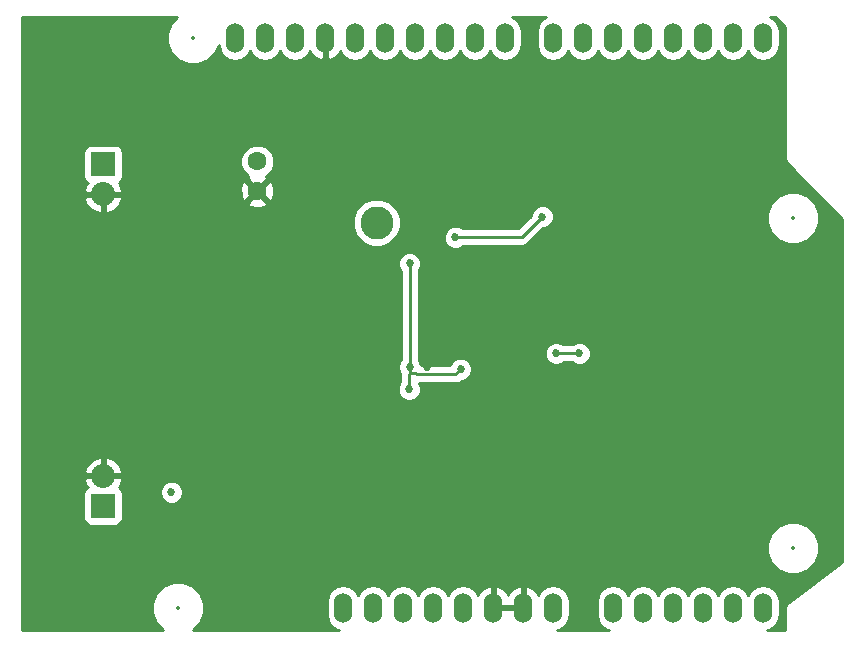
<source format=gbl>
%TF.GenerationSoftware,KiCad,Pcbnew,4.0.7-e2-6376~58~ubuntu16.04.1*%
%TF.CreationDate,2017-10-04T18:34:51-07:00*%
%TF.ProjectId,mcphail-zero-analog-shield,6D63706861696C2D7A65726F2D616E61,v1.0*%
%TF.FileFunction,Copper,L2,Bot,Signal*%
%FSLAX46Y46*%
G04 Gerber Fmt 4.6, Leading zero omitted, Abs format (unit mm)*
G04 Created by KiCad (PCBNEW 4.0.7-e2-6376~58~ubuntu16.04.1) date Wed Oct  4 18:34:51 2017*
%MOMM*%
%LPD*%
G01*
G04 APERTURE LIST*
%ADD10C,0.350000*%
%ADD11C,2.794000*%
%ADD12C,1.600000*%
%ADD13R,2.032000X2.032000*%
%ADD14O,2.032000X2.032000*%
%ADD15O,1.524000X2.540000*%
%ADD16C,0.685800*%
%ADD17C,0.254000*%
%ADD18C,0.330200*%
%ADD19C,0.350000*%
G04 APERTURE END LIST*
D10*
D11*
X61899800Y-137261600D03*
D12*
X51790600Y-132080000D03*
X51790600Y-134580000D03*
D13*
X38735000Y-161239200D03*
D14*
X38735000Y-158699200D03*
D13*
X38735000Y-132334000D03*
D14*
X38735000Y-134874000D03*
D15*
X94615000Y-169875200D03*
X92075000Y-169875200D03*
X89535000Y-169875200D03*
X81915000Y-169875200D03*
X84455000Y-169875200D03*
X86995000Y-169875200D03*
X76835000Y-169875200D03*
X74295000Y-169875200D03*
X71755000Y-169875200D03*
X66675000Y-169875200D03*
X64135000Y-169875200D03*
X94615000Y-121615200D03*
X92075000Y-121615200D03*
X89535000Y-121615200D03*
X86995000Y-121615200D03*
X84455000Y-121615200D03*
X81915000Y-121615200D03*
X79375000Y-121615200D03*
X76835000Y-121615200D03*
X72771000Y-121615200D03*
X70231000Y-121615200D03*
X67691000Y-121615200D03*
X65151000Y-121615200D03*
X62611000Y-121615200D03*
X60071000Y-121615200D03*
X57531000Y-121615200D03*
X54991000Y-121615200D03*
X69215000Y-169875200D03*
X52451000Y-121615200D03*
X49911000Y-121615200D03*
X61595000Y-169875200D03*
X59055000Y-169875200D03*
D16*
X44526200Y-160070800D03*
X48945800Y-169214800D03*
X92938600Y-131114800D03*
X71145400Y-149860000D03*
X90195400Y-160883600D03*
X71247000Y-146050000D03*
X71145400Y-142849600D03*
X66522600Y-143814800D03*
X70231000Y-136753600D03*
X44592200Y-158866800D03*
X50165000Y-160680400D03*
X58033091Y-149301200D03*
X54889400Y-148285200D03*
X66167000Y-149453600D03*
X79933800Y-136702800D03*
X86842600Y-136144000D03*
X93345000Y-153771600D03*
X87706200Y-151028400D03*
X81813400Y-153466800D03*
X64693800Y-149479000D03*
X64693800Y-140716000D03*
X77089000Y-148336000D03*
X79070200Y-148336000D03*
X64643000Y-151384000D03*
X69011800Y-149656800D03*
X75920600Y-136753600D03*
X68554600Y-138480800D03*
D17*
X64693800Y-150012400D02*
X64693800Y-149479000D01*
X64693800Y-149479000D02*
X64693800Y-140716000D01*
X79070200Y-148336000D02*
X77089000Y-148336000D01*
X64643000Y-151384000D02*
X64643000Y-150063200D01*
X64643000Y-150063200D02*
X64693800Y-150012400D01*
X65280333Y-150114000D02*
X68554600Y-150114000D01*
X68554600Y-150114000D02*
X69011800Y-149656800D01*
X64693800Y-150012400D02*
X65178733Y-150012400D01*
X65178733Y-150012400D02*
X65280333Y-150114000D01*
X68554600Y-138480800D02*
X74193400Y-138480800D01*
X74193400Y-138480800D02*
X75920600Y-136753600D01*
G36*
X44471955Y-120354611D02*
X44132887Y-121171178D01*
X44132115Y-122055343D01*
X44469758Y-122872500D01*
X45094411Y-123498245D01*
X45910978Y-123837313D01*
X46795143Y-123838085D01*
X47612300Y-123500442D01*
X48238045Y-122875789D01*
X48520818Y-122194796D01*
X48620340Y-122695130D01*
X48923172Y-123148349D01*
X49376391Y-123451181D01*
X49911000Y-123557521D01*
X50445609Y-123451181D01*
X50898828Y-123148349D01*
X51181000Y-122726050D01*
X51463172Y-123148349D01*
X51916391Y-123451181D01*
X52451000Y-123557521D01*
X52985609Y-123451181D01*
X53438828Y-123148349D01*
X53721000Y-122726050D01*
X54003172Y-123148349D01*
X54456391Y-123451181D01*
X54991000Y-123557521D01*
X55525609Y-123451181D01*
X55978828Y-123148349D01*
X56270330Y-122712087D01*
X56288941Y-122775141D01*
X56632974Y-123200830D01*
X57113723Y-123462460D01*
X57187930Y-123477420D01*
X57404000Y-123354920D01*
X57404000Y-121742200D01*
X57384000Y-121742200D01*
X57384000Y-121488200D01*
X57404000Y-121488200D01*
X57404000Y-121468200D01*
X57658000Y-121468200D01*
X57658000Y-121488200D01*
X57678000Y-121488200D01*
X57678000Y-121742200D01*
X57658000Y-121742200D01*
X57658000Y-123354920D01*
X57874070Y-123477420D01*
X57948277Y-123462460D01*
X58429026Y-123200830D01*
X58773059Y-122775141D01*
X58791670Y-122712087D01*
X59083172Y-123148349D01*
X59536391Y-123451181D01*
X60071000Y-123557521D01*
X60605609Y-123451181D01*
X61058828Y-123148349D01*
X61341000Y-122726050D01*
X61623172Y-123148349D01*
X62076391Y-123451181D01*
X62611000Y-123557521D01*
X63145609Y-123451181D01*
X63598828Y-123148349D01*
X63881000Y-122726050D01*
X64163172Y-123148349D01*
X64616391Y-123451181D01*
X65151000Y-123557521D01*
X65685609Y-123451181D01*
X66138828Y-123148349D01*
X66421000Y-122726050D01*
X66703172Y-123148349D01*
X67156391Y-123451181D01*
X67691000Y-123557521D01*
X68225609Y-123451181D01*
X68678828Y-123148349D01*
X68961000Y-122726050D01*
X69243172Y-123148349D01*
X69696391Y-123451181D01*
X70231000Y-123557521D01*
X70765609Y-123451181D01*
X71218828Y-123148349D01*
X71501000Y-122726050D01*
X71783172Y-123148349D01*
X72236391Y-123451181D01*
X72771000Y-123557521D01*
X73305609Y-123451181D01*
X73758828Y-123148349D01*
X74061660Y-122695130D01*
X74168000Y-122160521D01*
X74168000Y-121069879D01*
X74061660Y-120535270D01*
X73758828Y-120082051D01*
X73392383Y-119837200D01*
X76213617Y-119837200D01*
X75847172Y-120082051D01*
X75544340Y-120535270D01*
X75438000Y-121069879D01*
X75438000Y-122160521D01*
X75544340Y-122695130D01*
X75847172Y-123148349D01*
X76300391Y-123451181D01*
X76835000Y-123557521D01*
X77369609Y-123451181D01*
X77822828Y-123148349D01*
X78105000Y-122726050D01*
X78387172Y-123148349D01*
X78840391Y-123451181D01*
X79375000Y-123557521D01*
X79909609Y-123451181D01*
X80362828Y-123148349D01*
X80645000Y-122726050D01*
X80927172Y-123148349D01*
X81380391Y-123451181D01*
X81915000Y-123557521D01*
X82449609Y-123451181D01*
X82902828Y-123148349D01*
X83185000Y-122726050D01*
X83467172Y-123148349D01*
X83920391Y-123451181D01*
X84455000Y-123557521D01*
X84989609Y-123451181D01*
X85442828Y-123148349D01*
X85725000Y-122726050D01*
X86007172Y-123148349D01*
X86460391Y-123451181D01*
X86995000Y-123557521D01*
X87529609Y-123451181D01*
X87982828Y-123148349D01*
X88265000Y-122726050D01*
X88547172Y-123148349D01*
X89000391Y-123451181D01*
X89535000Y-123557521D01*
X90069609Y-123451181D01*
X90522828Y-123148349D01*
X90805000Y-122726050D01*
X91087172Y-123148349D01*
X91540391Y-123451181D01*
X92075000Y-123557521D01*
X92609609Y-123451181D01*
X93062828Y-123148349D01*
X93345000Y-122726050D01*
X93627172Y-123148349D01*
X94080391Y-123451181D01*
X94615000Y-123557521D01*
X95149609Y-123451181D01*
X95602828Y-123148349D01*
X95905660Y-122695130D01*
X96012000Y-122160521D01*
X96012000Y-121069879D01*
X95905660Y-120535270D01*
X95602828Y-120082051D01*
X95236383Y-119837200D01*
X95641212Y-119837200D01*
X96494600Y-120690589D01*
X96494600Y-131826000D01*
X96548737Y-132098165D01*
X96702906Y-132328894D01*
X101320600Y-136946589D01*
X101320600Y-166010625D01*
X96783917Y-169353444D01*
X96747651Y-169393208D01*
X96702906Y-169423106D01*
X96655014Y-169494782D01*
X96596924Y-169558475D01*
X96578636Y-169609088D01*
X96548737Y-169653836D01*
X96531919Y-169738386D01*
X96502626Y-169819458D01*
X96505099Y-169873216D01*
X96494600Y-169926000D01*
X96494600Y-171754800D01*
X94930321Y-171754800D01*
X95149609Y-171711181D01*
X95602828Y-171408349D01*
X95905660Y-170955130D01*
X96012000Y-170420521D01*
X96012000Y-169329879D01*
X95905660Y-168795270D01*
X95602828Y-168342051D01*
X95149609Y-168039219D01*
X94615000Y-167932879D01*
X94080391Y-168039219D01*
X93627172Y-168342051D01*
X93345000Y-168764350D01*
X93062828Y-168342051D01*
X92609609Y-168039219D01*
X92075000Y-167932879D01*
X91540391Y-168039219D01*
X91087172Y-168342051D01*
X90805000Y-168764350D01*
X90522828Y-168342051D01*
X90069609Y-168039219D01*
X89535000Y-167932879D01*
X89000391Y-168039219D01*
X88547172Y-168342051D01*
X88265000Y-168764350D01*
X87982828Y-168342051D01*
X87529609Y-168039219D01*
X86995000Y-167932879D01*
X86460391Y-168039219D01*
X86007172Y-168342051D01*
X85725000Y-168764350D01*
X85442828Y-168342051D01*
X84989609Y-168039219D01*
X84455000Y-167932879D01*
X83920391Y-168039219D01*
X83467172Y-168342051D01*
X83185000Y-168764350D01*
X82902828Y-168342051D01*
X82449609Y-168039219D01*
X81915000Y-167932879D01*
X81380391Y-168039219D01*
X80927172Y-168342051D01*
X80624340Y-168795270D01*
X80518000Y-169329879D01*
X80518000Y-170420521D01*
X80624340Y-170955130D01*
X80927172Y-171408349D01*
X81380391Y-171711181D01*
X81599679Y-171754800D01*
X77150321Y-171754800D01*
X77369609Y-171711181D01*
X77822828Y-171408349D01*
X78125660Y-170955130D01*
X78232000Y-170420521D01*
X78232000Y-169329879D01*
X78125660Y-168795270D01*
X77822828Y-168342051D01*
X77369609Y-168039219D01*
X76835000Y-167932879D01*
X76300391Y-168039219D01*
X75847172Y-168342051D01*
X75555670Y-168778313D01*
X75537059Y-168715259D01*
X75193026Y-168289570D01*
X74712277Y-168027940D01*
X74638070Y-168012980D01*
X74422000Y-168135480D01*
X74422000Y-169748200D01*
X74442000Y-169748200D01*
X74442000Y-170002200D01*
X74422000Y-170002200D01*
X74422000Y-170022200D01*
X74168000Y-170022200D01*
X74168000Y-170002200D01*
X71882000Y-170002200D01*
X71882000Y-170022200D01*
X71628000Y-170022200D01*
X71628000Y-170002200D01*
X71608000Y-170002200D01*
X71608000Y-169748200D01*
X71628000Y-169748200D01*
X71628000Y-168135480D01*
X71882000Y-168135480D01*
X71882000Y-169748200D01*
X74168000Y-169748200D01*
X74168000Y-168135480D01*
X73951930Y-168012980D01*
X73877723Y-168027940D01*
X73396974Y-168289570D01*
X73052941Y-168715259D01*
X73025000Y-168809923D01*
X72997059Y-168715259D01*
X72653026Y-168289570D01*
X72172277Y-168027940D01*
X72098070Y-168012980D01*
X71882000Y-168135480D01*
X71628000Y-168135480D01*
X71411930Y-168012980D01*
X71337723Y-168027940D01*
X70856974Y-168289570D01*
X70512941Y-168715259D01*
X70494330Y-168778313D01*
X70202828Y-168342051D01*
X69749609Y-168039219D01*
X69215000Y-167932879D01*
X68680391Y-168039219D01*
X68227172Y-168342051D01*
X67945000Y-168764350D01*
X67662828Y-168342051D01*
X67209609Y-168039219D01*
X66675000Y-167932879D01*
X66140391Y-168039219D01*
X65687172Y-168342051D01*
X65405000Y-168764350D01*
X65122828Y-168342051D01*
X64669609Y-168039219D01*
X64135000Y-167932879D01*
X63600391Y-168039219D01*
X63147172Y-168342051D01*
X62865000Y-168764350D01*
X62582828Y-168342051D01*
X62129609Y-168039219D01*
X61595000Y-167932879D01*
X61060391Y-168039219D01*
X60607172Y-168342051D01*
X60325000Y-168764350D01*
X60042828Y-168342051D01*
X59589609Y-168039219D01*
X59055000Y-167932879D01*
X58520391Y-168039219D01*
X58067172Y-168342051D01*
X57764340Y-168795270D01*
X57658000Y-169329879D01*
X57658000Y-170420521D01*
X57764340Y-170955130D01*
X58067172Y-171408349D01*
X58520391Y-171711181D01*
X58739679Y-171754800D01*
X46347952Y-171754800D01*
X46968045Y-171135789D01*
X47307113Y-170319222D01*
X47307885Y-169435057D01*
X46970242Y-168617900D01*
X46345589Y-167992155D01*
X45529022Y-167653087D01*
X44644857Y-167652315D01*
X43827700Y-167989958D01*
X43201955Y-168614611D01*
X42862887Y-169431178D01*
X42862115Y-170315343D01*
X43199758Y-171132500D01*
X43820972Y-171754800D01*
X31877000Y-171754800D01*
X31877000Y-165235343D01*
X94932115Y-165235343D01*
X95269758Y-166052500D01*
X95894411Y-166678245D01*
X96710978Y-167017313D01*
X97595143Y-167018085D01*
X98412300Y-166680442D01*
X99038045Y-166055789D01*
X99377113Y-165239222D01*
X99377885Y-164355057D01*
X99040242Y-163537900D01*
X98415589Y-162912155D01*
X97599022Y-162573087D01*
X96714857Y-162572315D01*
X95897700Y-162909958D01*
X95271955Y-163534611D01*
X94932887Y-164351178D01*
X94932115Y-165235343D01*
X31877000Y-165235343D01*
X31877000Y-160223200D01*
X37071560Y-160223200D01*
X37071560Y-162255200D01*
X37115838Y-162490517D01*
X37254910Y-162706641D01*
X37467110Y-162851631D01*
X37719000Y-162902640D01*
X39751000Y-162902640D01*
X39986317Y-162858362D01*
X40202441Y-162719290D01*
X40347431Y-162507090D01*
X40398440Y-162255200D01*
X40398440Y-160264463D01*
X43548131Y-160264463D01*
X43696693Y-160624012D01*
X43971541Y-160899340D01*
X44330830Y-161048530D01*
X44719863Y-161048869D01*
X45079412Y-160900307D01*
X45354740Y-160625459D01*
X45503930Y-160266170D01*
X45504269Y-159877137D01*
X45355707Y-159517588D01*
X45080859Y-159242260D01*
X44721570Y-159093070D01*
X44332537Y-159092731D01*
X43972988Y-159241293D01*
X43697660Y-159516141D01*
X43548470Y-159875430D01*
X43548131Y-160264463D01*
X40398440Y-160264463D01*
X40398440Y-160223200D01*
X40354162Y-159987883D01*
X40215090Y-159771759D01*
X40052052Y-159660360D01*
X40141385Y-159564018D01*
X40340975Y-159082144D01*
X40221836Y-158826200D01*
X38862000Y-158826200D01*
X38862000Y-158846200D01*
X38608000Y-158846200D01*
X38608000Y-158826200D01*
X37248164Y-158826200D01*
X37129025Y-159082144D01*
X37328615Y-159564018D01*
X37419097Y-159661598D01*
X37267559Y-159759110D01*
X37122569Y-159971310D01*
X37071560Y-160223200D01*
X31877000Y-160223200D01*
X31877000Y-158316256D01*
X37129025Y-158316256D01*
X37248164Y-158572200D01*
X38608000Y-158572200D01*
X38608000Y-157211833D01*
X38862000Y-157211833D01*
X38862000Y-158572200D01*
X40221836Y-158572200D01*
X40340975Y-158316256D01*
X40141385Y-157834382D01*
X39703379Y-157362012D01*
X39117946Y-157093217D01*
X38862000Y-157211833D01*
X38608000Y-157211833D01*
X38352054Y-157093217D01*
X37766621Y-157362012D01*
X37328615Y-157834382D01*
X37129025Y-158316256D01*
X31877000Y-158316256D01*
X31877000Y-151577663D01*
X63664931Y-151577663D01*
X63813493Y-151937212D01*
X64088341Y-152212540D01*
X64447630Y-152361730D01*
X64836663Y-152362069D01*
X65196212Y-152213507D01*
X65471540Y-151938659D01*
X65620730Y-151579370D01*
X65621069Y-151190337D01*
X65491188Y-150876000D01*
X68554600Y-150876000D01*
X68846205Y-150817996D01*
X69093415Y-150652815D01*
X69111443Y-150634787D01*
X69205463Y-150634869D01*
X69565012Y-150486307D01*
X69840340Y-150211459D01*
X69989530Y-149852170D01*
X69989869Y-149463137D01*
X69841307Y-149103588D01*
X69566459Y-148828260D01*
X69207170Y-148679070D01*
X68818137Y-148678731D01*
X68458588Y-148827293D01*
X68183260Y-149102141D01*
X68079509Y-149352000D01*
X65671811Y-149352000D01*
X65671869Y-149285337D01*
X65523307Y-148925788D01*
X65455800Y-148858163D01*
X65455800Y-148529663D01*
X76110931Y-148529663D01*
X76259493Y-148889212D01*
X76534341Y-149164540D01*
X76893630Y-149313730D01*
X77282663Y-149314069D01*
X77642212Y-149165507D01*
X77709837Y-149098000D01*
X78449117Y-149098000D01*
X78515541Y-149164540D01*
X78874830Y-149313730D01*
X79263863Y-149314069D01*
X79623412Y-149165507D01*
X79898740Y-148890659D01*
X80047930Y-148531370D01*
X80048269Y-148142337D01*
X79899707Y-147782788D01*
X79624859Y-147507460D01*
X79265570Y-147358270D01*
X78876537Y-147357931D01*
X78516988Y-147506493D01*
X78449363Y-147574000D01*
X77710083Y-147574000D01*
X77643659Y-147507460D01*
X77284370Y-147358270D01*
X76895337Y-147357931D01*
X76535788Y-147506493D01*
X76260460Y-147781341D01*
X76111270Y-148140630D01*
X76110931Y-148529663D01*
X65455800Y-148529663D01*
X65455800Y-141337083D01*
X65522340Y-141270659D01*
X65671530Y-140911370D01*
X65671869Y-140522337D01*
X65523307Y-140162788D01*
X65248459Y-139887460D01*
X64889170Y-139738270D01*
X64500137Y-139737931D01*
X64140588Y-139886493D01*
X63865260Y-140161341D01*
X63716070Y-140520630D01*
X63715731Y-140909663D01*
X63864293Y-141269212D01*
X63931800Y-141336837D01*
X63931800Y-148857917D01*
X63865260Y-148924341D01*
X63716070Y-149283630D01*
X63715731Y-149672663D01*
X63864293Y-150032212D01*
X63883364Y-150051316D01*
X63881000Y-150063200D01*
X63881000Y-150762917D01*
X63814460Y-150829341D01*
X63665270Y-151188630D01*
X63664931Y-151577663D01*
X31877000Y-151577663D01*
X31877000Y-137664016D01*
X59867448Y-137664016D01*
X60176150Y-138411132D01*
X60747262Y-138983241D01*
X61493837Y-139293246D01*
X62302216Y-139293952D01*
X63049332Y-138985250D01*
X63360661Y-138674463D01*
X67576531Y-138674463D01*
X67725093Y-139034012D01*
X67999941Y-139309340D01*
X68359230Y-139458530D01*
X68748263Y-139458869D01*
X69107812Y-139310307D01*
X69175437Y-139242800D01*
X74193400Y-139242800D01*
X74485005Y-139184796D01*
X74732215Y-139019615D01*
X76020244Y-137731587D01*
X76114263Y-137731669D01*
X76473812Y-137583107D01*
X76749140Y-137308259D01*
X76754503Y-137295343D01*
X94932115Y-137295343D01*
X95269758Y-138112500D01*
X95894411Y-138738245D01*
X96710978Y-139077313D01*
X97595143Y-139078085D01*
X98412300Y-138740442D01*
X99038045Y-138115789D01*
X99377113Y-137299222D01*
X99377885Y-136415057D01*
X99040242Y-135597900D01*
X98415589Y-134972155D01*
X97599022Y-134633087D01*
X96714857Y-134632315D01*
X95897700Y-134969958D01*
X95271955Y-135594611D01*
X94932887Y-136411178D01*
X94932115Y-137295343D01*
X76754503Y-137295343D01*
X76898330Y-136948970D01*
X76898669Y-136559937D01*
X76750107Y-136200388D01*
X76475259Y-135925060D01*
X76115970Y-135775870D01*
X75726937Y-135775531D01*
X75367388Y-135924093D01*
X75092060Y-136198941D01*
X74942870Y-136558230D01*
X74942787Y-136653783D01*
X73877770Y-137718800D01*
X69175683Y-137718800D01*
X69109259Y-137652260D01*
X68749970Y-137503070D01*
X68360937Y-137502731D01*
X68001388Y-137651293D01*
X67726060Y-137926141D01*
X67576870Y-138285430D01*
X67576531Y-138674463D01*
X63360661Y-138674463D01*
X63621441Y-138414138D01*
X63931446Y-137667563D01*
X63932152Y-136859184D01*
X63623450Y-136112068D01*
X63052338Y-135539959D01*
X62305763Y-135229954D01*
X61497384Y-135229248D01*
X60750268Y-135537950D01*
X60178159Y-136109062D01*
X59868154Y-136855637D01*
X59867448Y-137664016D01*
X31877000Y-137664016D01*
X31877000Y-135256944D01*
X37129025Y-135256944D01*
X37328615Y-135738818D01*
X37766621Y-136211188D01*
X38352054Y-136479983D01*
X38608000Y-136361367D01*
X38608000Y-135001000D01*
X38862000Y-135001000D01*
X38862000Y-136361367D01*
X39117946Y-136479983D01*
X39703379Y-136211188D01*
X40141385Y-135738818D01*
X40203958Y-135587745D01*
X50962461Y-135587745D01*
X51036595Y-135833864D01*
X51573823Y-136026965D01*
X52144054Y-135999778D01*
X52544605Y-135833864D01*
X52618739Y-135587745D01*
X51790600Y-134759605D01*
X50962461Y-135587745D01*
X40203958Y-135587745D01*
X40340975Y-135256944D01*
X40221836Y-135001000D01*
X38862000Y-135001000D01*
X38608000Y-135001000D01*
X37248164Y-135001000D01*
X37129025Y-135256944D01*
X31877000Y-135256944D01*
X31877000Y-131318000D01*
X37071560Y-131318000D01*
X37071560Y-133350000D01*
X37115838Y-133585317D01*
X37254910Y-133801441D01*
X37417948Y-133912840D01*
X37328615Y-134009182D01*
X37129025Y-134491056D01*
X37248164Y-134747000D01*
X38608000Y-134747000D01*
X38608000Y-134727000D01*
X38862000Y-134727000D01*
X38862000Y-134747000D01*
X40221836Y-134747000D01*
X40340975Y-134491056D01*
X40288028Y-134363223D01*
X50343635Y-134363223D01*
X50370822Y-134933454D01*
X50536736Y-135334005D01*
X50782855Y-135408139D01*
X51610995Y-134580000D01*
X51970205Y-134580000D01*
X52798345Y-135408139D01*
X53044464Y-135334005D01*
X53237565Y-134796777D01*
X53210378Y-134226546D01*
X53044464Y-133825995D01*
X52798345Y-133751861D01*
X51970205Y-134580000D01*
X51610995Y-134580000D01*
X50782855Y-133751861D01*
X50536736Y-133825995D01*
X50343635Y-134363223D01*
X40288028Y-134363223D01*
X40141385Y-134009182D01*
X40050903Y-133911602D01*
X40202441Y-133814090D01*
X40347431Y-133601890D01*
X40398440Y-133350000D01*
X40398440Y-132364187D01*
X50355352Y-132364187D01*
X50573357Y-132891800D01*
X50976677Y-133295824D01*
X51043144Y-133323423D01*
X51036595Y-133326136D01*
X50962461Y-133572255D01*
X51790600Y-134400395D01*
X52618739Y-133572255D01*
X52544605Y-133326136D01*
X52538117Y-133323804D01*
X52602400Y-133297243D01*
X53006424Y-132893923D01*
X53225350Y-132366691D01*
X53225848Y-131795813D01*
X53007843Y-131268200D01*
X52604523Y-130864176D01*
X52077291Y-130645250D01*
X51506413Y-130644752D01*
X50978800Y-130862757D01*
X50574776Y-131266077D01*
X50355850Y-131793309D01*
X50355352Y-132364187D01*
X40398440Y-132364187D01*
X40398440Y-131318000D01*
X40354162Y-131082683D01*
X40215090Y-130866559D01*
X40002890Y-130721569D01*
X39751000Y-130670560D01*
X37719000Y-130670560D01*
X37483683Y-130714838D01*
X37267559Y-130853910D01*
X37122569Y-131066110D01*
X37071560Y-131318000D01*
X31877000Y-131318000D01*
X31877000Y-119837200D01*
X44990271Y-119837200D01*
X44471955Y-120354611D01*
X44471955Y-120354611D01*
G37*
X44471955Y-120354611D02*
X44132887Y-121171178D01*
X44132115Y-122055343D01*
X44469758Y-122872500D01*
X45094411Y-123498245D01*
X45910978Y-123837313D01*
X46795143Y-123838085D01*
X47612300Y-123500442D01*
X48238045Y-122875789D01*
X48520818Y-122194796D01*
X48620340Y-122695130D01*
X48923172Y-123148349D01*
X49376391Y-123451181D01*
X49911000Y-123557521D01*
X50445609Y-123451181D01*
X50898828Y-123148349D01*
X51181000Y-122726050D01*
X51463172Y-123148349D01*
X51916391Y-123451181D01*
X52451000Y-123557521D01*
X52985609Y-123451181D01*
X53438828Y-123148349D01*
X53721000Y-122726050D01*
X54003172Y-123148349D01*
X54456391Y-123451181D01*
X54991000Y-123557521D01*
X55525609Y-123451181D01*
X55978828Y-123148349D01*
X56270330Y-122712087D01*
X56288941Y-122775141D01*
X56632974Y-123200830D01*
X57113723Y-123462460D01*
X57187930Y-123477420D01*
X57404000Y-123354920D01*
X57404000Y-121742200D01*
X57384000Y-121742200D01*
X57384000Y-121488200D01*
X57404000Y-121488200D01*
X57404000Y-121468200D01*
X57658000Y-121468200D01*
X57658000Y-121488200D01*
X57678000Y-121488200D01*
X57678000Y-121742200D01*
X57658000Y-121742200D01*
X57658000Y-123354920D01*
X57874070Y-123477420D01*
X57948277Y-123462460D01*
X58429026Y-123200830D01*
X58773059Y-122775141D01*
X58791670Y-122712087D01*
X59083172Y-123148349D01*
X59536391Y-123451181D01*
X60071000Y-123557521D01*
X60605609Y-123451181D01*
X61058828Y-123148349D01*
X61341000Y-122726050D01*
X61623172Y-123148349D01*
X62076391Y-123451181D01*
X62611000Y-123557521D01*
X63145609Y-123451181D01*
X63598828Y-123148349D01*
X63881000Y-122726050D01*
X64163172Y-123148349D01*
X64616391Y-123451181D01*
X65151000Y-123557521D01*
X65685609Y-123451181D01*
X66138828Y-123148349D01*
X66421000Y-122726050D01*
X66703172Y-123148349D01*
X67156391Y-123451181D01*
X67691000Y-123557521D01*
X68225609Y-123451181D01*
X68678828Y-123148349D01*
X68961000Y-122726050D01*
X69243172Y-123148349D01*
X69696391Y-123451181D01*
X70231000Y-123557521D01*
X70765609Y-123451181D01*
X71218828Y-123148349D01*
X71501000Y-122726050D01*
X71783172Y-123148349D01*
X72236391Y-123451181D01*
X72771000Y-123557521D01*
X73305609Y-123451181D01*
X73758828Y-123148349D01*
X74061660Y-122695130D01*
X74168000Y-122160521D01*
X74168000Y-121069879D01*
X74061660Y-120535270D01*
X73758828Y-120082051D01*
X73392383Y-119837200D01*
X76213617Y-119837200D01*
X75847172Y-120082051D01*
X75544340Y-120535270D01*
X75438000Y-121069879D01*
X75438000Y-122160521D01*
X75544340Y-122695130D01*
X75847172Y-123148349D01*
X76300391Y-123451181D01*
X76835000Y-123557521D01*
X77369609Y-123451181D01*
X77822828Y-123148349D01*
X78105000Y-122726050D01*
X78387172Y-123148349D01*
X78840391Y-123451181D01*
X79375000Y-123557521D01*
X79909609Y-123451181D01*
X80362828Y-123148349D01*
X80645000Y-122726050D01*
X80927172Y-123148349D01*
X81380391Y-123451181D01*
X81915000Y-123557521D01*
X82449609Y-123451181D01*
X82902828Y-123148349D01*
X83185000Y-122726050D01*
X83467172Y-123148349D01*
X83920391Y-123451181D01*
X84455000Y-123557521D01*
X84989609Y-123451181D01*
X85442828Y-123148349D01*
X85725000Y-122726050D01*
X86007172Y-123148349D01*
X86460391Y-123451181D01*
X86995000Y-123557521D01*
X87529609Y-123451181D01*
X87982828Y-123148349D01*
X88265000Y-122726050D01*
X88547172Y-123148349D01*
X89000391Y-123451181D01*
X89535000Y-123557521D01*
X90069609Y-123451181D01*
X90522828Y-123148349D01*
X90805000Y-122726050D01*
X91087172Y-123148349D01*
X91540391Y-123451181D01*
X92075000Y-123557521D01*
X92609609Y-123451181D01*
X93062828Y-123148349D01*
X93345000Y-122726050D01*
X93627172Y-123148349D01*
X94080391Y-123451181D01*
X94615000Y-123557521D01*
X95149609Y-123451181D01*
X95602828Y-123148349D01*
X95905660Y-122695130D01*
X96012000Y-122160521D01*
X96012000Y-121069879D01*
X95905660Y-120535270D01*
X95602828Y-120082051D01*
X95236383Y-119837200D01*
X95641212Y-119837200D01*
X96494600Y-120690589D01*
X96494600Y-131826000D01*
X96548737Y-132098165D01*
X96702906Y-132328894D01*
X101320600Y-136946589D01*
X101320600Y-166010625D01*
X96783917Y-169353444D01*
X96747651Y-169393208D01*
X96702906Y-169423106D01*
X96655014Y-169494782D01*
X96596924Y-169558475D01*
X96578636Y-169609088D01*
X96548737Y-169653836D01*
X96531919Y-169738386D01*
X96502626Y-169819458D01*
X96505099Y-169873216D01*
X96494600Y-169926000D01*
X96494600Y-171754800D01*
X94930321Y-171754800D01*
X95149609Y-171711181D01*
X95602828Y-171408349D01*
X95905660Y-170955130D01*
X96012000Y-170420521D01*
X96012000Y-169329879D01*
X95905660Y-168795270D01*
X95602828Y-168342051D01*
X95149609Y-168039219D01*
X94615000Y-167932879D01*
X94080391Y-168039219D01*
X93627172Y-168342051D01*
X93345000Y-168764350D01*
X93062828Y-168342051D01*
X92609609Y-168039219D01*
X92075000Y-167932879D01*
X91540391Y-168039219D01*
X91087172Y-168342051D01*
X90805000Y-168764350D01*
X90522828Y-168342051D01*
X90069609Y-168039219D01*
X89535000Y-167932879D01*
X89000391Y-168039219D01*
X88547172Y-168342051D01*
X88265000Y-168764350D01*
X87982828Y-168342051D01*
X87529609Y-168039219D01*
X86995000Y-167932879D01*
X86460391Y-168039219D01*
X86007172Y-168342051D01*
X85725000Y-168764350D01*
X85442828Y-168342051D01*
X84989609Y-168039219D01*
X84455000Y-167932879D01*
X83920391Y-168039219D01*
X83467172Y-168342051D01*
X83185000Y-168764350D01*
X82902828Y-168342051D01*
X82449609Y-168039219D01*
X81915000Y-167932879D01*
X81380391Y-168039219D01*
X80927172Y-168342051D01*
X80624340Y-168795270D01*
X80518000Y-169329879D01*
X80518000Y-170420521D01*
X80624340Y-170955130D01*
X80927172Y-171408349D01*
X81380391Y-171711181D01*
X81599679Y-171754800D01*
X77150321Y-171754800D01*
X77369609Y-171711181D01*
X77822828Y-171408349D01*
X78125660Y-170955130D01*
X78232000Y-170420521D01*
X78232000Y-169329879D01*
X78125660Y-168795270D01*
X77822828Y-168342051D01*
X77369609Y-168039219D01*
X76835000Y-167932879D01*
X76300391Y-168039219D01*
X75847172Y-168342051D01*
X75555670Y-168778313D01*
X75537059Y-168715259D01*
X75193026Y-168289570D01*
X74712277Y-168027940D01*
X74638070Y-168012980D01*
X74422000Y-168135480D01*
X74422000Y-169748200D01*
X74442000Y-169748200D01*
X74442000Y-170002200D01*
X74422000Y-170002200D01*
X74422000Y-170022200D01*
X74168000Y-170022200D01*
X74168000Y-170002200D01*
X71882000Y-170002200D01*
X71882000Y-170022200D01*
X71628000Y-170022200D01*
X71628000Y-170002200D01*
X71608000Y-170002200D01*
X71608000Y-169748200D01*
X71628000Y-169748200D01*
X71628000Y-168135480D01*
X71882000Y-168135480D01*
X71882000Y-169748200D01*
X74168000Y-169748200D01*
X74168000Y-168135480D01*
X73951930Y-168012980D01*
X73877723Y-168027940D01*
X73396974Y-168289570D01*
X73052941Y-168715259D01*
X73025000Y-168809923D01*
X72997059Y-168715259D01*
X72653026Y-168289570D01*
X72172277Y-168027940D01*
X72098070Y-168012980D01*
X71882000Y-168135480D01*
X71628000Y-168135480D01*
X71411930Y-168012980D01*
X71337723Y-168027940D01*
X70856974Y-168289570D01*
X70512941Y-168715259D01*
X70494330Y-168778313D01*
X70202828Y-168342051D01*
X69749609Y-168039219D01*
X69215000Y-167932879D01*
X68680391Y-168039219D01*
X68227172Y-168342051D01*
X67945000Y-168764350D01*
X67662828Y-168342051D01*
X67209609Y-168039219D01*
X66675000Y-167932879D01*
X66140391Y-168039219D01*
X65687172Y-168342051D01*
X65405000Y-168764350D01*
X65122828Y-168342051D01*
X64669609Y-168039219D01*
X64135000Y-167932879D01*
X63600391Y-168039219D01*
X63147172Y-168342051D01*
X62865000Y-168764350D01*
X62582828Y-168342051D01*
X62129609Y-168039219D01*
X61595000Y-167932879D01*
X61060391Y-168039219D01*
X60607172Y-168342051D01*
X60325000Y-168764350D01*
X60042828Y-168342051D01*
X59589609Y-168039219D01*
X59055000Y-167932879D01*
X58520391Y-168039219D01*
X58067172Y-168342051D01*
X57764340Y-168795270D01*
X57658000Y-169329879D01*
X57658000Y-170420521D01*
X57764340Y-170955130D01*
X58067172Y-171408349D01*
X58520391Y-171711181D01*
X58739679Y-171754800D01*
X46347952Y-171754800D01*
X46968045Y-171135789D01*
X47307113Y-170319222D01*
X47307885Y-169435057D01*
X46970242Y-168617900D01*
X46345589Y-167992155D01*
X45529022Y-167653087D01*
X44644857Y-167652315D01*
X43827700Y-167989958D01*
X43201955Y-168614611D01*
X42862887Y-169431178D01*
X42862115Y-170315343D01*
X43199758Y-171132500D01*
X43820972Y-171754800D01*
X31877000Y-171754800D01*
X31877000Y-165235343D01*
X94932115Y-165235343D01*
X95269758Y-166052500D01*
X95894411Y-166678245D01*
X96710978Y-167017313D01*
X97595143Y-167018085D01*
X98412300Y-166680442D01*
X99038045Y-166055789D01*
X99377113Y-165239222D01*
X99377885Y-164355057D01*
X99040242Y-163537900D01*
X98415589Y-162912155D01*
X97599022Y-162573087D01*
X96714857Y-162572315D01*
X95897700Y-162909958D01*
X95271955Y-163534611D01*
X94932887Y-164351178D01*
X94932115Y-165235343D01*
X31877000Y-165235343D01*
X31877000Y-160223200D01*
X37071560Y-160223200D01*
X37071560Y-162255200D01*
X37115838Y-162490517D01*
X37254910Y-162706641D01*
X37467110Y-162851631D01*
X37719000Y-162902640D01*
X39751000Y-162902640D01*
X39986317Y-162858362D01*
X40202441Y-162719290D01*
X40347431Y-162507090D01*
X40398440Y-162255200D01*
X40398440Y-160264463D01*
X43548131Y-160264463D01*
X43696693Y-160624012D01*
X43971541Y-160899340D01*
X44330830Y-161048530D01*
X44719863Y-161048869D01*
X45079412Y-160900307D01*
X45354740Y-160625459D01*
X45503930Y-160266170D01*
X45504269Y-159877137D01*
X45355707Y-159517588D01*
X45080859Y-159242260D01*
X44721570Y-159093070D01*
X44332537Y-159092731D01*
X43972988Y-159241293D01*
X43697660Y-159516141D01*
X43548470Y-159875430D01*
X43548131Y-160264463D01*
X40398440Y-160264463D01*
X40398440Y-160223200D01*
X40354162Y-159987883D01*
X40215090Y-159771759D01*
X40052052Y-159660360D01*
X40141385Y-159564018D01*
X40340975Y-159082144D01*
X40221836Y-158826200D01*
X38862000Y-158826200D01*
X38862000Y-158846200D01*
X38608000Y-158846200D01*
X38608000Y-158826200D01*
X37248164Y-158826200D01*
X37129025Y-159082144D01*
X37328615Y-159564018D01*
X37419097Y-159661598D01*
X37267559Y-159759110D01*
X37122569Y-159971310D01*
X37071560Y-160223200D01*
X31877000Y-160223200D01*
X31877000Y-158316256D01*
X37129025Y-158316256D01*
X37248164Y-158572200D01*
X38608000Y-158572200D01*
X38608000Y-157211833D01*
X38862000Y-157211833D01*
X38862000Y-158572200D01*
X40221836Y-158572200D01*
X40340975Y-158316256D01*
X40141385Y-157834382D01*
X39703379Y-157362012D01*
X39117946Y-157093217D01*
X38862000Y-157211833D01*
X38608000Y-157211833D01*
X38352054Y-157093217D01*
X37766621Y-157362012D01*
X37328615Y-157834382D01*
X37129025Y-158316256D01*
X31877000Y-158316256D01*
X31877000Y-151577663D01*
X63664931Y-151577663D01*
X63813493Y-151937212D01*
X64088341Y-152212540D01*
X64447630Y-152361730D01*
X64836663Y-152362069D01*
X65196212Y-152213507D01*
X65471540Y-151938659D01*
X65620730Y-151579370D01*
X65621069Y-151190337D01*
X65491188Y-150876000D01*
X68554600Y-150876000D01*
X68846205Y-150817996D01*
X69093415Y-150652815D01*
X69111443Y-150634787D01*
X69205463Y-150634869D01*
X69565012Y-150486307D01*
X69840340Y-150211459D01*
X69989530Y-149852170D01*
X69989869Y-149463137D01*
X69841307Y-149103588D01*
X69566459Y-148828260D01*
X69207170Y-148679070D01*
X68818137Y-148678731D01*
X68458588Y-148827293D01*
X68183260Y-149102141D01*
X68079509Y-149352000D01*
X65671811Y-149352000D01*
X65671869Y-149285337D01*
X65523307Y-148925788D01*
X65455800Y-148858163D01*
X65455800Y-148529663D01*
X76110931Y-148529663D01*
X76259493Y-148889212D01*
X76534341Y-149164540D01*
X76893630Y-149313730D01*
X77282663Y-149314069D01*
X77642212Y-149165507D01*
X77709837Y-149098000D01*
X78449117Y-149098000D01*
X78515541Y-149164540D01*
X78874830Y-149313730D01*
X79263863Y-149314069D01*
X79623412Y-149165507D01*
X79898740Y-148890659D01*
X80047930Y-148531370D01*
X80048269Y-148142337D01*
X79899707Y-147782788D01*
X79624859Y-147507460D01*
X79265570Y-147358270D01*
X78876537Y-147357931D01*
X78516988Y-147506493D01*
X78449363Y-147574000D01*
X77710083Y-147574000D01*
X77643659Y-147507460D01*
X77284370Y-147358270D01*
X76895337Y-147357931D01*
X76535788Y-147506493D01*
X76260460Y-147781341D01*
X76111270Y-148140630D01*
X76110931Y-148529663D01*
X65455800Y-148529663D01*
X65455800Y-141337083D01*
X65522340Y-141270659D01*
X65671530Y-140911370D01*
X65671869Y-140522337D01*
X65523307Y-140162788D01*
X65248459Y-139887460D01*
X64889170Y-139738270D01*
X64500137Y-139737931D01*
X64140588Y-139886493D01*
X63865260Y-140161341D01*
X63716070Y-140520630D01*
X63715731Y-140909663D01*
X63864293Y-141269212D01*
X63931800Y-141336837D01*
X63931800Y-148857917D01*
X63865260Y-148924341D01*
X63716070Y-149283630D01*
X63715731Y-149672663D01*
X63864293Y-150032212D01*
X63883364Y-150051316D01*
X63881000Y-150063200D01*
X63881000Y-150762917D01*
X63814460Y-150829341D01*
X63665270Y-151188630D01*
X63664931Y-151577663D01*
X31877000Y-151577663D01*
X31877000Y-137664016D01*
X59867448Y-137664016D01*
X60176150Y-138411132D01*
X60747262Y-138983241D01*
X61493837Y-139293246D01*
X62302216Y-139293952D01*
X63049332Y-138985250D01*
X63360661Y-138674463D01*
X67576531Y-138674463D01*
X67725093Y-139034012D01*
X67999941Y-139309340D01*
X68359230Y-139458530D01*
X68748263Y-139458869D01*
X69107812Y-139310307D01*
X69175437Y-139242800D01*
X74193400Y-139242800D01*
X74485005Y-139184796D01*
X74732215Y-139019615D01*
X76020244Y-137731587D01*
X76114263Y-137731669D01*
X76473812Y-137583107D01*
X76749140Y-137308259D01*
X76754503Y-137295343D01*
X94932115Y-137295343D01*
X95269758Y-138112500D01*
X95894411Y-138738245D01*
X96710978Y-139077313D01*
X97595143Y-139078085D01*
X98412300Y-138740442D01*
X99038045Y-138115789D01*
X99377113Y-137299222D01*
X99377885Y-136415057D01*
X99040242Y-135597900D01*
X98415589Y-134972155D01*
X97599022Y-134633087D01*
X96714857Y-134632315D01*
X95897700Y-134969958D01*
X95271955Y-135594611D01*
X94932887Y-136411178D01*
X94932115Y-137295343D01*
X76754503Y-137295343D01*
X76898330Y-136948970D01*
X76898669Y-136559937D01*
X76750107Y-136200388D01*
X76475259Y-135925060D01*
X76115970Y-135775870D01*
X75726937Y-135775531D01*
X75367388Y-135924093D01*
X75092060Y-136198941D01*
X74942870Y-136558230D01*
X74942787Y-136653783D01*
X73877770Y-137718800D01*
X69175683Y-137718800D01*
X69109259Y-137652260D01*
X68749970Y-137503070D01*
X68360937Y-137502731D01*
X68001388Y-137651293D01*
X67726060Y-137926141D01*
X67576870Y-138285430D01*
X67576531Y-138674463D01*
X63360661Y-138674463D01*
X63621441Y-138414138D01*
X63931446Y-137667563D01*
X63932152Y-136859184D01*
X63623450Y-136112068D01*
X63052338Y-135539959D01*
X62305763Y-135229954D01*
X61497384Y-135229248D01*
X60750268Y-135537950D01*
X60178159Y-136109062D01*
X59868154Y-136855637D01*
X59867448Y-137664016D01*
X31877000Y-137664016D01*
X31877000Y-135256944D01*
X37129025Y-135256944D01*
X37328615Y-135738818D01*
X37766621Y-136211188D01*
X38352054Y-136479983D01*
X38608000Y-136361367D01*
X38608000Y-135001000D01*
X38862000Y-135001000D01*
X38862000Y-136361367D01*
X39117946Y-136479983D01*
X39703379Y-136211188D01*
X40141385Y-135738818D01*
X40203958Y-135587745D01*
X50962461Y-135587745D01*
X51036595Y-135833864D01*
X51573823Y-136026965D01*
X52144054Y-135999778D01*
X52544605Y-135833864D01*
X52618739Y-135587745D01*
X51790600Y-134759605D01*
X50962461Y-135587745D01*
X40203958Y-135587745D01*
X40340975Y-135256944D01*
X40221836Y-135001000D01*
X38862000Y-135001000D01*
X38608000Y-135001000D01*
X37248164Y-135001000D01*
X37129025Y-135256944D01*
X31877000Y-135256944D01*
X31877000Y-131318000D01*
X37071560Y-131318000D01*
X37071560Y-133350000D01*
X37115838Y-133585317D01*
X37254910Y-133801441D01*
X37417948Y-133912840D01*
X37328615Y-134009182D01*
X37129025Y-134491056D01*
X37248164Y-134747000D01*
X38608000Y-134747000D01*
X38608000Y-134727000D01*
X38862000Y-134727000D01*
X38862000Y-134747000D01*
X40221836Y-134747000D01*
X40340975Y-134491056D01*
X40288028Y-134363223D01*
X50343635Y-134363223D01*
X50370822Y-134933454D01*
X50536736Y-135334005D01*
X50782855Y-135408139D01*
X51610995Y-134580000D01*
X51970205Y-134580000D01*
X52798345Y-135408139D01*
X53044464Y-135334005D01*
X53237565Y-134796777D01*
X53210378Y-134226546D01*
X53044464Y-133825995D01*
X52798345Y-133751861D01*
X51970205Y-134580000D01*
X51610995Y-134580000D01*
X50782855Y-133751861D01*
X50536736Y-133825995D01*
X50343635Y-134363223D01*
X40288028Y-134363223D01*
X40141385Y-134009182D01*
X40050903Y-133911602D01*
X40202441Y-133814090D01*
X40347431Y-133601890D01*
X40398440Y-133350000D01*
X40398440Y-132364187D01*
X50355352Y-132364187D01*
X50573357Y-132891800D01*
X50976677Y-133295824D01*
X51043144Y-133323423D01*
X51036595Y-133326136D01*
X50962461Y-133572255D01*
X51790600Y-134400395D01*
X52618739Y-133572255D01*
X52544605Y-133326136D01*
X52538117Y-133323804D01*
X52602400Y-133297243D01*
X53006424Y-132893923D01*
X53225350Y-132366691D01*
X53225848Y-131795813D01*
X53007843Y-131268200D01*
X52604523Y-130864176D01*
X52077291Y-130645250D01*
X51506413Y-130644752D01*
X50978800Y-130862757D01*
X50574776Y-131266077D01*
X50355850Y-131793309D01*
X50355352Y-132364187D01*
X40398440Y-132364187D01*
X40398440Y-131318000D01*
X40354162Y-131082683D01*
X40215090Y-130866559D01*
X40002890Y-130721569D01*
X39751000Y-130670560D01*
X37719000Y-130670560D01*
X37483683Y-130714838D01*
X37267559Y-130853910D01*
X37122569Y-131066110D01*
X37071560Y-131318000D01*
X31877000Y-131318000D01*
X31877000Y-119837200D01*
X44990271Y-119837200D01*
X44471955Y-120354611D01*
D18*
X44526200Y-160070800D03*
X48945800Y-169214800D03*
X92938600Y-131114800D03*
X71145400Y-149860000D03*
X90195400Y-160883600D03*
X71247000Y-146050000D03*
X71145400Y-142849600D03*
X66522600Y-143814800D03*
X70231000Y-136753600D03*
X44592200Y-158866800D03*
X50165000Y-160680400D03*
X58033091Y-149301200D03*
X54889400Y-148285200D03*
X66167000Y-149453600D03*
X79933800Y-136702800D03*
X86842600Y-136144000D03*
X93345000Y-153771600D03*
X87706200Y-151028400D03*
X81813400Y-153466800D03*
X64693800Y-149479000D03*
X64693800Y-140716000D03*
X77089000Y-148336000D03*
X79070200Y-148336000D03*
X64643000Y-151384000D03*
X69011800Y-149656800D03*
X75920600Y-136753600D03*
X68554600Y-138480800D03*
D19*
X61899800Y-137261600D03*
X51790600Y-132080000D03*
X51790600Y-134580000D03*
X38735000Y-161239200D03*
X38735000Y-158699200D03*
X38735000Y-132334000D03*
X38735000Y-134874000D03*
X94615000Y-169875200D03*
X92075000Y-169875200D03*
X89535000Y-169875200D03*
X81915000Y-169875200D03*
X84455000Y-169875200D03*
X86995000Y-169875200D03*
X76835000Y-169875200D03*
X74295000Y-169875200D03*
X71755000Y-169875200D03*
X66675000Y-169875200D03*
X64135000Y-169875200D03*
X94615000Y-121615200D03*
X92075000Y-121615200D03*
X89535000Y-121615200D03*
X86995000Y-121615200D03*
X84455000Y-121615200D03*
X81915000Y-121615200D03*
X79375000Y-121615200D03*
X76835000Y-121615200D03*
X72771000Y-121615200D03*
X70231000Y-121615200D03*
X67691000Y-121615200D03*
X65151000Y-121615200D03*
X62611000Y-121615200D03*
X60071000Y-121615200D03*
X57531000Y-121615200D03*
X54991000Y-121615200D03*
X69215000Y-169875200D03*
X97155000Y-164795200D03*
X97155000Y-136855200D03*
X46355000Y-121615200D03*
X45085000Y-169875200D03*
X52451000Y-121615200D03*
X49911000Y-121615200D03*
X61595000Y-169875200D03*
X59055000Y-169875200D03*
M02*

</source>
